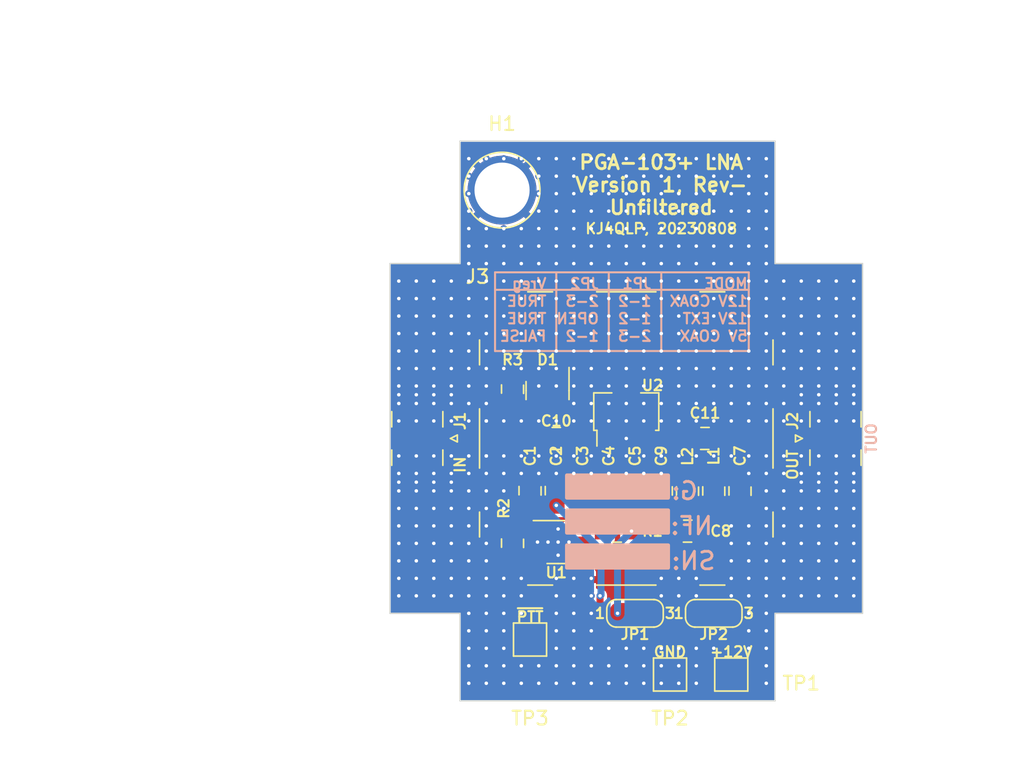
<source format=kicad_pcb>
(kicad_pcb (version 20221018) (generator pcbnew)
  (title_block (title "PGA-103+ Preamplifier, Version 1") (date "2023-08-08") (rev "-") (company "VTGS, GSN-DSA") (comment 1 "Preamplifier for VHF/UHF Satellite Rx") (comment 2 "creativecommons.org/licenses/by/4.0/") (comment 3 "License: CC BY 4.0") (comment 4 "Author: Zach Leffke, KJ4QLP"))
  (layers (0 "F.Cu" signal) (31 "B.Cu" signal) (34 "B.Paste" user) (35 "F.Paste" user) (36 "B.SilkS" user "B.Silkscreen") (37 "F.SilkS" user "F.Silkscreen") (38 "B.Mask" user) (39 "F.Mask" user) (44 "Edge.Cuts" user))
  (net 0 "")
  (net 1 "+12V")
  (net 2 "GND")
  (net 3 "Net-(U1-BP)")
  (net 4 "Net-(JP1-C)")
  (net 5 "Net-(J1-In)")
  (net 6 "+5V")
  (net 7 "Net-(JP1-B)")
  (net 8 "Net-(J2-In)")
  (net 9 "Net-(C10-Pad2)")
  (net 10 "Net-(JP2-C)")
  (net 11 "Net-(U1-EN)")
  (net 12 "Net-(U1-OUT)")
  (net 13 "Net-(C11-Pad1)")
  (footprint "digikey-footprints:0805" (layer "F.Cu") (at 120.65 63.881 180)
    (fp_text reference "C8")
    (fp_text value "0.1uF")
  )
  (footprint "digikey-footprints:0805" (layer "F.Cu") (at 107.95 64.77 -90)
    (fp_text reference "R2")
    (fp_text value "100k")
  )
  (footprint "digikey-footprints:0805" (layer "F.Cu") (at 124.46 60.96 90)
    (fp_text reference "C7")
    (fp_text value "1000pF")
  )
  (footprint "digikey-footprints:0805" (layer "F.Cu") (at 109.22 60.96 -90)
    (fp_text reference "C1")
    (fp_text value "1.0uF")
  )
  (footprint "Jumper:SolderJumper-3_P1.3mm_Open_RoundedPad1.0x1.5mm_NumberLabels" (layer "F.Cu") (at 122.555 69.85)
    (fp_text reference "JP2")
    (fp_text value "bias-tee")
  )
  (footprint "digikey-footprints:0805" (layer "F.Cu") (at 113.03 60.96 -90)
    (fp_text reference "C3")
    (fp_text value "0.1uF")
  )
  (footprint "digikey-footprints:0805" (layer "F.Cu") (at 111.125 57.15)
    (fp_text reference "C10")
    (fp_text value "1000pF")
  )
  (footprint "digikey-footprints:0805" (layer "F.Cu") (at 116.84 60.96 -90)
    (fp_text reference "C5")
    (fp_text value "1.0uF")
  )
  (footprint "TestPoint:TestPoint_Pad_2.0x2.0mm" (layer "F.Cu") (at 123.825 74.295)
    (fp_text reference "TP1")
    (fp_text value "+12V")
  )
  (footprint "Jumper:SolderJumper-3_P1.3mm_Open_RoundedPad1.0x1.5mm_NumberLabels" (layer "F.Cu") (at 116.84 69.85)
    (fp_text reference "JP1")
    (fp_text value "bias-tee")
  )
  (footprint "Connector_Coaxial:SMA_Samtec_SMA-J-P-X-ST-EM1_EdgeMount" (layer "F.Cu") (at 131.245 57.15 90)
    (fp_text reference "J2")
    (fp_text value "RF_OUT")
  )
  (footprint "Connector_Coaxial:SMA_Samtec_SMA-J-P-X-ST-EM1_EdgeMount" (layer "F.Cu") (at 101.1825 57.15 -90)
    (fp_text reference "J1")
    (fp_text value "RF_IN")
  )
  (footprint "digikey-footprints:0805" (layer "F.Cu") (at 111.125 60.96 -90)
    (fp_text reference "C2")
    (fp_text value "0.1uF")
  )
  (footprint "digikey-footprints:0805" (layer "F.Cu") (at 121.92 57.15)
    (fp_text reference "C11")
    (fp_text value "1000pF")
  )
  (footprint "digikey-footprints:0805" (layer "F.Cu") (at 115.57 65.659 180)
    (fp_text reference "C6")
    (fp_text value "0.1uF")
  )
  (footprint "digikey-footprints:0805" (layer "F.Cu") (at 120.65 60.96 90)
    (fp_text reference "L2")
    (fp_text value "56nH")
  )
  (footprint "TestPoint:TestPoint_Plated_Hole_D4.0mm" (layer "F.Cu") (at 107.188 39.116)
    (fp_text reference "H1")
    (fp_text value "Hole")
  )
  (footprint "digikey-footprints:0805" (layer "F.Cu") (at 114.935 60.96 -90)
    (fp_text reference "C4")
    (fp_text value "10uF")
  )
  (footprint "digikey-footprints:0805" (layer "F.Cu") (at 122.555 60.96 90)
    (fp_text reference "L1")
    (fp_text value "470uH")
  )
  (footprint "digikey-footprints:0805" (layer "F.Cu") (at 115.57 63.881)
    (fp_text reference "R1")
    (fp_text value "10")
  )
  (footprint "Package_TO_SOT_SMD:SOT-23-5" (layer "F.Cu") (at 111.2575 64.675)
    (fp_text reference "U1")
    (fp_text value "SPX3819M5-L-5-0")
  )
  (footprint "Package_TO_SOT_SMD:SOT-23" (layer "F.Cu") (at 110.49 53.6725 -90)
    (fp_text reference "D1")
    (fp_text value "BAV99")
  )
  (footprint "digikey-footprints:0805" (layer "F.Cu") (at 107.95 53.56 90)
    (fp_text reference "R3")
    (fp_text value "DNP")
  )
  (footprint "TestPoint:TestPoint_Pad_2.0x2.0mm" (layer "F.Cu") (at 109.22 71.755)
    (fp_text reference "TP3")
    (fp_text value "PTT")
  )
  (footprint "TestPoint:TestPoint_Pad_2.0x2.0mm" (layer "F.Cu") (at 119.38 74.295)
    (fp_text reference "TP2")
    (fp_text value "GND")
  )
  (footprint "Package_TO_SOT_SMD:SOT-89-3" (layer "F.Cu") (at 116.205 55.2 90)
    (fp_text reference "U2")
    (fp_text value "PGA-103")
  )
  (footprint "RF_Shielding:Wuerth_36103205_20x20mm" (layer "F.Cu") (at 116.205 57.15)
    (fp_text reference "J3")
    (fp_text value "RFShield_TwoPieces")
  )
  (footprint "digikey-footprints:0805" (layer "F.Cu") (at 118.745 60.96 -90)
    (fp_text reference "C9")
    (fp_text value "1000pF")
  )
  (gr_line (start 106.68 45.085) (end 125.095 45.085) (stroke (width 0.15)) (layer "B.SilkS"))
  (gr_line (start 118.745 45.085) (end 118.745 50.8) (stroke (width 0.15)) (layer "B.SilkS"))
  (gr_line (start 125.095 46.355) (end 106.68 46.355) (stroke (width 0.15)) (layer "B.SilkS"))
  (gr_line (start 125.095 50.8) (end 106.68 50.8) (stroke (width 0.15)) (layer "B.SilkS"))
  (gr_line (start 106.68 50.8) (end 106.68 45.085) (stroke (width 0.15)) (layer "B.SilkS"))
  (gr_line (start 125.095 45.085) (end 125.095 50.8) (stroke (width 0.15)) (layer "B.SilkS"))
  (gr_line (start 111.125 45.085) (end 111.125 50.8) (stroke (width 0.15)) (layer "B.SilkS"))
  (gr_line (start 114.935 50.8) (end 114.935 45.085) (stroke (width 0.15)) (layer "B.SilkS"))
  (gr_line (start 104.14 35.56) (end 104.14 44.45) (stroke (width 0.1)) (layer "Edge.Cuts"))
  (gr_line (start 104.14 76.2) (end 104.14 69.85) (stroke (width 0.1)) (layer "Edge.Cuts"))
  (gr_line (start 133.35 44.45) (end 127 44.45) (stroke (width 0.1)) (layer "Edge.Cuts"))
  (gr_line (start 127 35.56) (end 127 44.45) (stroke (width 0.1)) (layer "Edge.Cuts"))
  (gr_line (start 104.14 69.85) (end 99.06 69.85) (stroke (width 0.1)) (layer "Edge.Cuts"))
  (gr_line (start 133.35 69.85) (end 127 69.85) (stroke (width 0.1)) (layer "Edge.Cuts"))
  (gr_line (start 99.06 44.45) (end 99.06 69.85) (stroke (width 0.1)) (layer "Edge.Cuts"))
  (gr_line (start 104.14 44.45) (end 99.06 44.45) (stroke (width 0.1)) (layer "Edge.Cuts"))
  (gr_line (start 127 76.2) (end 127 69.85) (stroke (width 0.1)) (layer "Edge.Cuts"))
  (gr_line (start 104.14 35.56) (end 127 35.56) (stroke (width 0.1)) (layer "Edge.Cuts"))
  (gr_line (start 104.14 76.2) (end 127 76.2) (stroke (width 0.1)) (layer "Edge.Cuts"))
  (gr_line (start 133.35 44.45) (end 133.35 69.85) (stroke (width 0.1)) (layer "Edge.Cuts"))
  (gr_text "TRUE" (at 110.49 47.625) (layer "B.SilkS") (effects (font (size 0.762 0.762) (thickness 0.1524) bold) (justify left bottom mirror)))
  (gr_text "1-2" (at 114.3 50.165) (layer "B.SilkS") (effects (font (size 0.762 0.762) (thickness 0.1524) bold) (justify left bottom mirror)))
  (gr_text "5V COAX" (at 125.095 50.165) (layer "B.SilkS") (effects (font (size 0.762 0.762) (thickness 0.1524) bold) (justify left bottom mirror)))
  (gr_text "1-2" (at 118.11 47.625) (layer "B.SilkS") (effects (font (size 0.762 0.762) (thickness 0.1524) bold) (justify left bottom mirror)))
  (gr_text "2-3" (at 118.11 50.165) (layer "B.SilkS") (effects (font (size 0.762 0.762) (thickness 0.1524) bold) (justify left bottom mirror)))
  (gr_text "G:" (at 119.38 60.96) (layer "B.SilkS") (effects (font (size 1.27 1.27) (thickness 0.2032)) (justify right mirror)))
  (gr_text "JP2" (at 114.3 46.355) (layer "B.SilkS") (effects (font (size 0.762 0.762) (thickness 0.1524) bold) (justify left bottom mirror)))
  (gr_text "SN:" (at 119.38 66.04) (layer "B.SilkS") (effects (font (size 1.27 1.27) (thickness 0.2032)) (justify right mirror)))
  (gr_text "FALSE" (at 110.49 50.165) (layer "B.SilkS") (effects (font (size 0.762 0.762) (thickness 0.1524) bold) (justify left bottom mirror)))
  (gr_text "MODE" (at 125.095 46.355) (layer "B.SilkS") (effects (font (size 0.762 0.762) (thickness 0.1524) bold) (justify left bottom mirror)))
  (gr_text "12V COAX" (at 125.095 47.625) (layer "B.SilkS") (effects (font (size 0.762 0.762) (thickness 0.1524) bold) (justify left bottom mirror)))
  (gr_text "Vreg" (at 110.49 46.355) (layer "B.SilkS") (effects (font (size 0.762 0.762) (thickness 0.1524) bold) (justify left bottom mirror)))
  (gr_text "NF:" (at 119.3038 63.5) (layer "B.SilkS") (effects (font (size 1.27 1.27) (thickness 0.2032)) (justify right mirror)))
  (gr_text "JP1" (at 118.11 46.355) (layer "B.SilkS") (effects (font (size 0.762 0.762) (thickness 0.1524) bold) (justify left bottom mirror)))
  (gr_text "2-3" (at 114.3 47.625) (layer "B.SilkS") (effects (font (size 0.762 0.762) (thickness 0.1524) bold) (justify left bottom mirror)))
  (gr_text "OUT" (at 133.985 57.15 90) (layer "B.SilkS") (effects (font (size 0.762 0.762) (thickness 0.1524) bold) (justify mirror)))
  (gr_text "12V EXT" (at 125.095 48.895) (layer "B.SilkS") (effects (font (size 0.762 0.762) (thickness 0.1524) bold) (justify left bottom mirror)))
  (gr_text "OPEN" (at 114.3 48.895) (layer "B.SilkS") (effects (font (size 0.762 0.762) (thickness 0.1524) bold) (justify left bottom mirror)))
  (gr_text "1-2" (at 118.11 48.895) (layer "B.SilkS") (effects (font (size 0.762 0.762) (thickness 0.1524) bold) (justify left bottom mirror)))
  (gr_text "TRUE" (at 110.49 48.895) (layer "B.SilkS") (effects (font (size 0.762 0.762) (thickness 0.1524) bold) (justify left bottom mirror)))
  (gr_text "IN" (at 104.14 59.055 90) (layer "F.SilkS") (effects (font (size 0.762 0.762) (thickness 0.1524) bold)))
  (gr_text "+12V" (at 123.825 73.095) (layer "F.SilkS") (effects (font (size 0.762 0.762) (thickness 0.1524) bold) (justify bottom)))
  (gr_text "GND" (at 119.38 73.095) (layer "F.SilkS") (effects (font (size 0.762 0.762) (thickness 0.1524) bold) (justify bottom)))
  (gr_text "KJ4QLP, 20230808" (at 118.745 41.91) (layer "F.SilkS") (effects (font (size 0.762 0.762) (thickness 0.1524) bold)))
  (gr_text "~{PTT}" (at 109.22 70.555) (layer "F.SilkS") (effects (font (size 0.762 0.762) (thickness 0.1524) bold) (justify bottom)))
  (gr_text "PGA-103+ LNA\nVersion 1, Rev-\nUnfiltered" (at 118.745 38.735) (layer "F.SilkS") (effects (font (size 1.016 1.016) (thickness 0.2032) bold)))
  (gr_text "OUT" (at 128.27 59.055 90) (layer "F.SilkS") (effects (font (size 0.762 0.762) (thickness 0.1524) bold)))
  (segment (start 123.825 71.755) (end 123.825 69.88) (width 0.508) (layer "F.Cu") (net 1))
  (segment (start 109.22 62.01) (end 109.22 63.725) (width 0.508) (layer "F.Cu") (net 1))
  (segment (start 114.935 71.12) (end 114.3 70.485) (width 0.508) (layer "F.Cu") (net 1))
  (segment (start 123.825 69.88) (end 123.855 69.85) (width 0.508) (layer "F.Cu") (net 1))
  (segment (start 107.955 63.725) (end 107.95 63.72) (width 0.508) (layer "F.Cu") (net 1))
  (segment (start 110.12 63.725) (end 109.22 63.725) (width 0.508) (layer "F.Cu") (net 1))
  (segment (start 123.825 71.12) (end 114.935 71.12) (width 0.508) (layer "F.Cu") (net 1))
  (segment (start 111.125 62.01) (end 109.22 62.01) (width 1.016) (layer "F.Cu") (net 1))
  (segment (start 123.825 74.295) (end 123.825 71.755) (width 0.508) (layer "F.Cu") (net 1))
  (segment (start 114.3 70.485) (end 114.3 68.58) (width 0.508) (layer "F.Cu") (net 1))
  (segment (start 109.22 63.725) (end 107.955 63.725) (width 0.508) (layer "F.Cu") (net 1))
  (via (at 114.3 68.58) (size 0.508) (drill 0.254) (layers "F.Cu" "B.Cu") (net 1))
  (via (at 111.125 62.01) (size 0.508) (drill 0.254) (layers "F.Cu" "B.Cu") (net 1))
  (segment (start 114.3 68.58) (end 114.373 68.507) (width 0.508) (layer "B.Cu") (net 1))
  (segment (start 114.373 68.507) (end 114.373 65.258) (width 0.508) (layer "B.Cu") (net 1))
  (segment (start 114.373 65.258) (end 111.125 62.01) (width 0.508) (layer "B.Cu") (net 1))
  (via (at 108.585 49.53) (size 0.508) (drill 0.254) (layers "F.Cu" "B.Cu") (net 2))
  (via (at 111.125 72.39) (size 0.508) (drill 0.254) (layers "F.Cu" "B.Cu") (net 2))
  (via (at 123.825 40.64) (size 0.508) (drill 0.254) (layers "F.Cu" "B.Cu") (net 2))
  (via (at 116.205 46.99) (size 0.508) (drill 0.254) (layers "F.Cu" "B.Cu") (net 2))
  (via (at 126.365 71.12) (size 0.508) (drill 0.254) (layers "F.Cu" "B.Cu") (net 2))
  (via (at 103.505 60.325) (size 0.508) (drill 0.254) (layers "F.Cu" "B.Cu") (net 2))
  (via (at 120.015 39.37) (size 0.508) (drill 0.254) (layers "F.Cu" "B.Cu") (net 2))
  (via (at 132.715 52.07) (size 0.508) (drill 0.254) (layers "F.Cu" "B.Cu") (net 2))
  (via (at 104.775 38.1) (size 0.508) (drill 0.254) (layers "F.Cu" "B.Cu") (net 2))
  (via (at 117.475 74.93) (size 0.508) (drill 0.254) (layers "F.Cu" "B.Cu") (net 2))
  (via (at 120.015 36.83) (size 0.508) (drill 0.254) (layers "F.Cu" "B.Cu") (net 2))
  (via (at 106.045 46.99) (size 0.508) (drill 0.254) (layers "F.Cu" "B.Cu") (net 2))
  (via (at 109.855 50.8) (size 0.508) (drill 0.254) (layers "F.Cu" "B.Cu") (net 2))
  (via (at 128.905 68.58) (size 0.508) (drill 0.254) (layers "F.Cu" "B.Cu") (net 2))
  (via (at 106.045 62.23) (size 0.508) (drill 0.254) (layers "F.Cu" "B.Cu") (net 2))
  (via (at 132.715 60.96) (size 0.508) (drill 0.254) (layers "F.Cu" "B.Cu") (net 2))
  (via (at 111.125 39.37) (size 0.508) (drill 0.254) (layers "F.Cu" "B.Cu") (net 2))
  (via (at 117.475 40.64) (size 0.508) (drill 0.254) (layers "F.Cu" "B.Cu") (net 2))
  (via (at 130.175 63.5) (size 0.508) (drill 0.254) (layers "F.Cu" "B.Cu") (net 2))
  (via (at 118.745 59.69) (size 0.508) (drill 0.254) (layers "F.Cu" "B.Cu") (net 2))
  (via (at 103.505 64.77) (size 0.508) (drill 0.254) (layers "F.Cu" "B.Cu") (net 2))
  (via (at 116.205 57.15) (size 0.508) (drill 0.254) (layers "F.Cu" "B.Cu") (net 2))
  (via (at 126.365 68.58) (size 0.508) (drill 0.254) (layers "F.Cu" "B.Cu") (net 2))
  (via (at 126.365 39.37) (size 0.508) (drill 0.254) (layers "F.Cu" "B.Cu") (net 2))
  (via (at 116.205 49.53) (size 0.508) (drill 0.254) (layers "F.Cu" "B.Cu") (net 2))
  (via (at 130.175 50.8) (size 0.508) (drill 0.254) (layers "F.Cu" "B.Cu") (net 2))
  (via (at 126.365 49.53) (size 0.508) (drill 0.254) (layers "F.Cu" "B.Cu") (net 2))
  (via (at 109.855 36.83) (size 0.508) (drill 0.254) (layers "F.Cu" "B.Cu") (net 2))
  (via (at 132.715 62.23) (size 0.508) (drill 0.254) (layers "F.Cu" "B.Cu") (net 2))
  (via (at 127.635 48.26) (size 0.508) (drill 0.254) (layers "F.Cu" "B.Cu") (net 2))
  (via (at 125.095 48.26) (size 0.508) (drill 0.254) (layers "F.Cu" "B.Cu") (net 2))
  (via (at 126.365 59.69) (size 0.508) (drill 0.254) (layers "F.Cu" "B.Cu") (net 2))
  (via (at 125.095 58.42) (size 0.508) (drill 0.254) (layers "F.Cu" "B.Cu") (net 2))
  (via (at 117.475 53.34) (size 0.508) (drill 0.254) (layers "F.Cu" "B.Cu") (net 2))
  (via (at 118.745 36.83) (size 0.508) (drill 0.254) (layers "F.Cu" "B.Cu") (net 2))
  (via (at 116.205 41.91) (size 0.508) (drill 0.254) (layers "F.Cu" "B.Cu") (net 2))
  (via (at 104.775 53.34) (size 0.508) (drill 0.254) (layers "F.Cu" "B.Cu") (net 2))
  (via (at 122.555 55.88) (size 0.508) (drill 0.254) (layers "F.Cu" "B.Cu") (net 2))
  (via (at 125.095 52.07) (size 0.508) (drill 0.254) (layers "F.Cu" "B.Cu") (net 2))
  (via (at 117.475 54.61) (size 0.508) (drill 0.254) (layers "F.Cu" "B.Cu") (net 2))
  (via (at 109.855 74.93) (size 0.508) (drill 0.254) (layers "F.Cu" "B.Cu") (net 2))
  (via (at 120.015 55.88) (size 0.508) (drill 0.254) (layers "F.Cu" "B.Cu") (net 2))
  (via (at 100.965 62.23) (size 0.508) (drill 0.254) (layers "F.Cu" "B.Cu") (net 2))
  (via (at 126.365 43.18) (size 0.508) (drill 0.254) (layers "F.Cu" "B.Cu") (net 2))
  (via (at 125.095 44.45) (size 0.508) (drill 0.254) (layers "F.Cu" "B.Cu") (net 2))
  (via (at 122.555 36.83) (size 0.508) (drill 0.254) (layers "F.Cu" "B.Cu") (net 2))
  (via (at 111.125 49.53) (size 0.508) (drill 0.254) (layers "F.Cu" "B.Cu") (net 2))
  (via (at 104.775 59.69) (size 0.508) (drill 0.254) (layers "F.Cu" "B.Cu") (net 2))
  (via (at 116.205 48.26) (size 0.508) (drill 0.254) (layers "F.Cu" "B.Cu") (net 2))
  (via (at 120.015 72.39) (size 0.508) (drill 0.254) (layers "F.Cu" "B.Cu") (net 2))
  (via (at 102.235 59.69) (size 0.508) (drill 0.254) (layers "F.Cu" "B.Cu") (net 2))
  (via (at 114.935 36.83) (size 0.508) (drill 0.254) (layers "F.Cu" "B.Cu") (net 2))
  (via (at 100.965 64.77) (size 0.508) (drill 0.254) (layers "F.Cu" "B.Cu") (net 2))
  (via (at 103.505 63.5) (size 0.508) (drill 0.254) (layers "F.Cu" "B.Cu") (net 2))
  (via (at 109.855 46.99) (size 0.508) (drill 0.254) (layers "F.Cu" "B.Cu") (net 2))
  (via (at 113.665 43.18) (size 0.508) (drill 0.254) (layers "F.Cu" "B.Cu") (net 2))
  (via (at 104.775 49.53) (size 0.508) (drill 0.254) (layers "F.Cu" "B.Cu") (net 2))
  (via (at 104.775 48.26) (size 0.508) (drill 0.254) (layers "F.Cu" "B.Cu") (net 2))
  (via (at 108.585 43.18) (size 0.508) (drill 0.254) (layers "F.Cu" "B.Cu") (net 2))
  (via (at 120.015 49.53) (size 0.508) (drill 0.254) (layers "F.Cu" "B.Cu") (net 2))
  (via (at 114.935 74.93) (size 0.508) (drill 0.254) (layers "F.Cu" "B.Cu") (net 2))
  (via (at 130.175 49.53) (size 0.508) (drill 0.254) (layers "F.Cu" "B.Cu") (net 2))
  (via (at 108.585 41.91) (size 0.508) (drill 0.254) (layers "F.Cu" "B.Cu") (net 2))
  (via (at 109.762 64.675) (size 0.508) (drill 0.254) (layers "F.Cu" "B.Cu") (net 2))
  (via (at 127.635 45.72) (size 0.508) (drill 0.254) (layers "F.Cu" "B.Cu") (net 2))
  (via (at 120.015 46.99) (size 0.508) (drill 0.254) (layers "F.Cu" "B.Cu") (net 2))
  (via (at 123.825 63.5) (size 0.508) (drill 0.254) (layers "F.Cu" "B.Cu") (net 2))
  (via (at 113.665 69.85) (size 0.508) (drill 0.254) (layers "F.Cu" "B.Cu") (net 2))
  (via (at 131.445 63.5) (size 0.508) (drill 0.254) (layers "F.Cu" "B.Cu") (net 2))
  (via (at 112.395 38.1) (size 0.508) (drill 0.254) (layers "F.Cu" "B.Cu") (net 2))
  (via (at 107.315 45.72) (size 0.508) (drill 0.254) (layers "F.Cu" "B.Cu") (net 2))
  (via (at 123.825 43.18) (size 0.508) (drill 0.254) (layers "F.Cu" "B.Cu") (net 2))
  (via (at 131.445 54.61) (size 0.508) (drill 0.254) (layers "F.Cu" "B.Cu") (net 2))
  (via (at 99.695 68.58) (size 0.508) (drill 0.254) (layers "F.Cu" "B.Cu") (net 2))
  (via (at 121.285 41.91) (size 0.508) (drill 0.254) (layers "F.Cu" "B.Cu") (net 2))
  (via (at 123.825 66.04) (size 0.508) (drill 0.254) (layers "F.Cu" "B.Cu") (net 2))
  (via (at 113.665 49.53) (size 0.508) (drill 0.254) (layers "F.Cu" "B.Cu") (net 2))
  (via (at 117.475 46.99) (size 0.508) (drill 0.254) (layers "F.Cu" "B.Cu") (net 2))
  (via (at 125.095 54.61) (size 0.508) (drill 0.254) (layers "F.Cu" "B.Cu") (net 2))
  (via (at 106.045 59.69) (size 0.508) (drill 0.254) (layers "F.Cu" "B.Cu") (net 2))
  (via (at 103.505 67.31) (size 0.508) (drill 0.254) (layers "F.Cu" "B.Cu") (net 2))
  (via (at 103.505 52.07) (size 0.508) (drill 0.254) (layers "F.Cu" "B.Cu") (net 2))
  (via (at 107.315 73.66) (size 0.508) (drill 0.254) (layers "F.Cu" "B.Cu") (net 2))
  (via (at 111.125 52.07) (size 0.508) (drill 0.254) (layers "F.Cu" "B.Cu") (net 2))
  (via (at 114.935 40.64) (size 0.508) (drill 0.254) (layers "F.Cu" "B.Cu") (net 2))
  (via (at 103.505 45.72) (size 0.508) (drill 0.254) (layers "F.Cu" "B.Cu") (net 2))
  (via (at 117.475 52.07) (size 0.508) (drill 0.254) (layers "F.Cu" "B.Cu") (net 2))
  (via (at 99.695 52.07) (size 0.508) (drill 0.254) (layers "F.Cu" "B.Cu") (net 2))
  (via (at 131.445 59.69) (size 0.508) (drill 0.254) (layers "F.Cu" "B.Cu") (net 2))
  (via (at 106.045 67.31) (size 0.508) (drill 0.254) (layers "F.Cu" "B.Cu") (net 2))
  (via (at 130.175 64.77) (size 0.508) (drill 0.254) (layers "F.Cu" "B.Cu") (net 2))
  (via (at 130.175 54.61) (size 0.508) (drill 0.254) (layers "F.Cu" "B.Cu") (net 2))
  (via (at 128.905 63.5) (size 0.508) (drill 0.254) (layers "F.Cu" "B.Cu") (net 2))
  (via (at 122.555 41.91) (size 0.508) (drill 0.254) (layers "F.Cu" "B.Cu") (net 2))
  (via (at 131.445 49.53) (size 0.508) (drill 0.254) (layers "F.Cu" "B.Cu") (net 2))
  (via (at 106.045 41.91) (size 0.508) (drill 0.254) (layers "F.Cu" "B.Cu") (net 2))
  (via (at 132.715 67.31) (size 0.508) (drill 0.254) (layers "F.Cu" "B.Cu") (net 2))
  (via (at 107.315 62.23) (size 0.508) (drill 0.254) (layers "F.Cu" "B.Cu") (net 2))
  (via (at 130.175 52.07) (size 0.508) (drill 0.254) (layers "F.Cu" "B.Cu") (net 2))
  (via (at 103.505 55.88) (size 0.508) (drill 0.254) (layers "F.Cu" "B.Cu") (net 2))
  (via (at 106.045 55.88) (size 0.508) (drill 0.254) (layers "F.Cu" "B.Cu") (net 2))
  (via (at 131.445 62.23) (size 0.508) (drill 0.254) (layers "F.Cu" "B.Cu") (net 2))
  (via (at 112.395 53.34) (size 0.508) (drill 0.254) (layers "F.Cu" "B.Cu") (net 2))
  (via (at 127.635 60.96) (size 0.508) (drill 0.254) (layers "F.Cu" "B.Cu") (net 2))
  (via (at 121.285 73.66) (size 0.508) (drill 0.254) (layers "F.Cu" "B.Cu") (net 2))
  (via (at 126.365 58.42) (size 0.508) (drill 0.254) (layers "F.Cu" "B.Cu") (net 2))
  (via (at 108.585 45.72) (size 0.508) (drill 0.254) (layers "F.Cu" "B.Cu") (net 2))
  (via (at 128.905 45.72) (size 0.508) (drill 0.254) (layers "F.Cu" "B.Cu") (net 2))
  (via (at 126.365 64.77) (size 0.508) (drill 0.254) (layers "F.Cu" "B.Cu") (net 2))
  (via (at 130.175 53.34) (size 0.508) (drill 0.254) (layers "F.Cu" "B.Cu") (net 2))
  (via (at 111.125 48.26) (size 0.508) (drill 0.254) (layers "F.Cu" "B.Cu") (net 2))
  (via (at 122.555 52.07) (size 0.508) (drill 0.254) (layers "F.Cu" "B.Cu") (net 2))
  (via (at 113.665 74.93) (size 0.508) (drill 0.254) (layers "F.Cu" "B.Cu") (net 2))
  (via (at 121.285 67.31) (size 0.508) (drill 0.254) (layers "F.Cu" "B.Cu") (net 2))
  (via (at 122.555 38.1) (size 0.508) (drill 0.254) (layers "F.Cu" "B.Cu") (net 2))
  (via (at 112.395 73.66) (size 0.508) (drill 0.254) (layers "F.Cu" "B.Cu") (net 2))
  (via (at 107.315 71.12) (size 0.508) (drill 0.254) (layers "F.Cu" "B.Cu") (net 2))
  (via (at 100.965 60.325) (size 0.508) (drill 0.254) (layers "F.Cu" "B.Cu") (net 2))
  (via (at 121.285 38.1) (size 0.508) (drill 0.254) (layers "F.Cu" "B.Cu") (net 2))
  (via (at 100.965 46.99) (size 0.508) (drill 0.254) (layers "F.Cu" "B.Cu") (net 2))
  (via (at 125.095 45.72) (size 0.508) (drill 0.254) (layers "F.Cu" "B.Cu") (net 2))
  (via (at 118.745 74.93) (size 0.508) (drill 0.254) (layers "F.Cu" "B.Cu") (net 2))
  (via (at 107.315 41.91) (size 0.508) (drill 0.254) (layers "F.Cu" "B.Cu") (net 2))
  (via (at 118.745 43.18) (size 0.508) (drill 0.254) (layers "F.Cu" "B.Cu") (net 2))
  (via (at 112.395 59.69) (size 0.508) (drill 0.254) (layers "F.Cu" "B.Cu") (net 2))
  (via (at 106.045 50.8) (size 0.508) (drill 0.254) (layers "F.Cu" "B.Cu") (net 2))
  (via (at 128.905 53.34) (size 0.508) (drill 0.254) (layers "F.Cu" "B.Cu") (net 2))
  (via (at 107.315 68.58) (size 0.508) (drill 0.254) (layers "F.Cu" "B.Cu") (net 2))
  (via (at 107.315 46.99) (size 0.508) (drill 0.254) (layers "F.Cu" "B.Cu") (net 2))
  (via (at 121.285 53.34) (size 0.508) (drill 0.254) (layers "F.Cu" "B.Cu") (net 2))
  (via (at 107.315 48.26) (size 0.508) (drill 0.254) (layers "F.Cu" "B.Cu") (net 2))
  (via (at 100.965 58.42) (size 0.508) (drill 0.254) (layers "F.Cu" "B.Cu") (net 2))
  (via (at 106.045 58.42) (size 0.508) (drill 0.254) (layers "F.Cu" "B.Cu") (net 2))
  (via (at 113.665 58.42) (size 0.508) (drill 0.254) (layers "F.Cu" "B.Cu") (net 2))
  (via (at 123.825 53.34) (size 0.508) (drill 0.254) (layers "F.Cu" "B.Cu") (net 2))
  (via (at 131.445 58.42) (size 0.508) (drill 0.254) (layers "F.Cu" "B.Cu") (net 2))
  (via (at 122.555 40.64) (size 0.508) (drill 0.254) (layers "F.Cu" "B.Cu") (net 2))
  (via (at 111.125 74.93) (size 0.508) (drill 0.254) (layers "F.Cu" "B.Cu") (net 2))
  (via (at 122.555 45.72) (size 0.508) (drill 0.254) (layers "F.Cu" "B.Cu") (net 2))
  (via (at 116.205 72.39) (size 0.508) (drill 0.254) (layers "F.Cu" "B.Cu") (net 2))
  (via (at 103.505 53.34) (size 0.508) (drill 0.254) (layers "F.Cu" "B.Cu") (net 2))
  (via (at 123.825 68.58) (size 0.508) (drill 0.254) (layers "F.Cu" "B.Cu") (net 2))
  (via (at 113.665 41.91) (size 0.508) (drill 0.254) (layers "F.Cu" "B.Cu") (net 2))
  (via (at 116.205 39.37) (size 0.508) (drill 0.254) (layers "F.Cu" "B.Cu") (net 2))
  (via (at 111.2575 63.725) (size 0.508) (drill 0.254) (layers "F.Cu" "B.Cu") (net 2))
  (via (at 121.285 39.37) (size 0.508) (drill 0.254) (layers "F.Cu" "B.Cu") (net 2))
  (via (at 102.235 54.61) (size 0.508) (drill 0.254) (layers "F.Cu" "B.Cu") (net 2))
  (via (at 132.715 64.77) (size 0.508) (drill 0.254) (layers "F.Cu" "B.Cu") (net 2))
  (via (at 113.665 55.88) (size 0.508) (drill 0.254) (layers "F.Cu" "B.Cu") (net 2))
  (via (at 113.665 54.61) (size 0.508) (drill 0.254) (layers "F.Cu" "B.Cu") (net 2))
  (via (at 106.045 43.18) (size 0.508) (drill 0.254) (layers "F.Cu" "B.Cu") (net 2))
  (via (at 116.205 38.1) (size 0.508) (drill 0.254) (layers "F.Cu" "B.Cu") (net 2))
  (via (at 130.175 55.88) (size 0.508) (drill 0.254) (layers "F.Cu" "B.Cu") (net 2))
  (via (at 117.475 38.1) (size 0.508) (drill 0.254) (layers "F.Cu" "B.Cu") (net 2))
  (via (at 120.015 50.8) (size 0.508) (drill 0.254) (layers "F.Cu" "B.Cu") (net 2))
  (via (at 106.045 68.58) (size 0.508) (drill 0.254) (layers "F.Cu" "B.Cu") (net 2))
  (via (at 112.395 41.91) (size 0.508) (drill 0.254) (layers "F.Cu" "B.Cu") (net 2))
  (via (at 123.825 38.1) (size 0.508) (drill 0.254) (layers "F.Cu" "B.Cu") (net 2))
  (via (at 120.015 73.66) (size 0.508) (drill 0.254) (layers "F.Cu" "B.Cu") (net 2))
  (via (at 120.015 53.34) (size 0.508) (drill 0.254) (layers "F.Cu" "B.Cu") (net 2))
  (via (at 116.205 54.61) (size 0.508) (drill 0.254) (layers "F.Cu" "B.Cu") (net 2))
  (via (at 132.715 53.975) (size 0.508) (drill 0.254) (layers "F.Cu" "B.Cu") (net 2))
  (via (at 114.935 49.53) (size 0.508) (drill 0.254) (layers "F.Cu" "B.Cu") (net 2))
  (via (at 132.715 58.42) (size 0.508) (drill 0.254) (layers "F.Cu" "B.Cu") (net 2))
  (via (at 99.695 45.72) (size 0.508) (drill 0.254) (layers "F.Cu" "B.Cu") (net 2))
  (via (at 116.205 59.69) (size 0.508) (drill 0.254) (layers "F.Cu" "B.Cu") (net 2))
  (via (at 109.855 53.34) (size 0.508) (drill 0.254) (layers "F.Cu" "B.Cu") (net 2))
  (via (at 128.905 49.53) (size 0.508) (drill 0.254) (layers "F.Cu" "B.Cu") (net 2))
  (via (at 107.315 69.85) (size 0.508) (drill 0.254) (layers "F.Cu" "B.Cu") (net 2))
  (via (at 99.695 58.42) (size 0.508) (drill 0.254) (layers "F.Cu" "B.Cu") (net 2))
  (via (at 106.045 49.53) (size 0.508) (drill 0.254) (layers "F.Cu" "B.Cu") (net 2))
  (via (at 132.715 55.88) (size 0.508) (drill 0.254) (layers "F.Cu" "B.Cu") (net 2))
  (via (at 104.775 67.31) (size 0.508) (drill 0.254) (layers "F.Cu" "B.Cu") (net 2))
  (via (at 112.395 68.58) (size 0.508) (drill 0.254) (layers "F.Cu" "B.Cu") (net 2))
  (via (at 110.524 64.675) (size 0.508) (drill 0.254) (layers "F.Cu" "B.Cu") (net 2))
  (via (at 128.905 58.42) (size 0.508) (drill 0.254) (layers "F.Cu" "B.Cu") (net 2))
  (via (at 121.285 45.72) (size 0.508) (drill 0.254) (layers "F.Cu" "B.Cu") (net 2))
  (via (at 99.695 59.69) (size 0.508) (drill 0.254) (layers "F.Cu" "B.Cu") (net 2))
  (via (at 128.905 62.23) (size 0.508) (drill 0.254) (layers "F.Cu" "B.Cu") (net 2))
  (via (at 100.965 53.34) (size 0.508) (drill 0.254) (layers "F.Cu" "B.Cu") (net 2))
  (via (at 127.635 64.77) (size 0.508) (drill 0.254) (layers "F.Cu" "B.Cu") (net 2))
  (via (at 126.365 53.34) (size 0.508) (drill 0.254) (layers "F.Cu" "B.Cu") (net 2))
  (via (at 106.045 74.93) (size 0.508) (drill 0.254) (layers "F.Cu" "B.Cu") (net 2))
  (via (at 125.095 55.88) (size 0.508) (drill 0.254) (layers "F.Cu" "B.Cu") (net 2))
  (via (at 123.825 44.45) (size 0.508) (drill 0.254) (layers "F.Cu" "B.Cu") (net 2))
  (via (at 126.365 46.99) (size 0.508) (drill 0.254) (layers "F.Cu" "B.Cu") (net 2))
  (via (at 109.855 49.53) (size 0.508) (drill 0.254) (layers "F.Cu" "B.Cu") (net 2))
  (via (at 123.825 64.77) (size 0.508) (drill 0.254) (layers "F.Cu" "B.Cu") (net 2))
  (via (at 111.125 53.34) (size 0.508) (drill 0.254) (layers "F.Cu" "B.Cu") (net 2))
  (via (at 130.175 48.26) (size 0.508) (drill 0.254) (layers "F.Cu" "B.Cu") (net 2))
  (via (at 113.665 38.1) (size 0.508) (drill 0.254) (layers "F.Cu" "B.Cu") (net 2))
  (via (at 123.825 52.07) (size 0.508) (drill 0.254) (layers "F.Cu" "B.Cu") (net 2))
  (via (at 117.475 39.37) (size 0.508) (drill 0.254) (layers "F.Cu" "B.Cu") (net 2))
  (via (at 117.475 58.42) (size 0.508) (drill 0.254) (layers "F.Cu" "B.Cu") (net 2))
  (via (at 113.665 67.31) (size 0.508) (drill 0.254) (layers "F.Cu" "B.Cu") (net 2))
  (via (at 122.555 46.99) (size 0.508) (drill 0.254) (layers "F.Cu" "B.Cu") (net 2))
  (via (at 121.285 36.83) (size 0.508) (drill 0.254) (layers "F.Cu" "B.Cu") (net 2))
  (via (at 132.715 60.325) (size 0.508) (drill 0.254) (layers "F.Cu" "B.Cu") (net 2))
  (via (at 113.665 50.8) (size 0.508) (drill 0.254) (layers "F.Cu" "B.Cu") (net 2))
  (via (at 104.775 46.99) (size 0.508) (drill 0.254) (layers "F.Cu" "B.Cu") (net 2))
  (via (at 109.855 45.72) (size 0.508) (drill 0.254) (layers "F.Cu" "B.Cu") (net 2))
  (via (at 132.715 46.99) (size 0.508) (drill 0.254) (layers "F.Cu" "B.Cu") (net 2))
  (via (at 106.045 66.04) (size 0.508) (drill 0.254) (layers "F.Cu" "B.Cu") (net 2))
  (via (at 122.555 39.37) (size 0.508) (drill 0.254) (layers "F.Cu" "B.Cu") (net 2))
  (via (at 102.235 60.96) (size 0.508) (drill 0.254) (layers "F.Cu" "B.Cu") (net 2))
  (via (at 125.095 72.39) (size 0.508) (drill 0.254) (layers "F.Cu" "B.Cu") (net 2))
  (via (at 113.665 52.07) (size 0.508) (drill 0.254) (layers "F.Cu" "B.Cu") (net 2))
  (via (at 118.745 58.42) (size 0.508) (drill 0.254) (layers "F.Cu" "B.Cu") (net 2))
  (via (at 100.965 68.58) (size 0.508) (drill 0.254) (layers "F.Cu" "B.Cu") (net 2))
  (via (at 125.095 67.31) (size 0.508) (drill 0.254) (layers "F.Cu" "B.Cu") (net 2))
  (via (at 126.365 74.93) (size 0.508) (drill 0.254) (layers "F.Cu" "B.Cu") (net 2))
  (via (at 112.395 74.93) (size 0.508) (drill 0.254) (layers "F.Cu" "B.Cu") (net 2))
  (via (at 103.505 53.975) (size 0.508) (drill 0.254) (layers "F.Cu" "B.Cu") (net 2))
  (via (at 114.935 53.34) (size 0.508) (drill 0.254) (layers "F.Cu" "B.Cu") (net 2))
  (via (at 131.445 46.99) (size 0.508) (drill 0.254) (layers "F.Cu" "B.Cu") (net 2))
  (via (at 118.745 53.34) (size 0.508) (drill 0.254) (layers "F.Cu" "B.Cu") (net 2))
  (via (at 111.125 45.72) (size 0.508) (drill 0.254) (layers "F.Cu" "B.Cu") (net 2))
  (via (at 102.235 63.5) (size 0.508) (drill 0.254) (layers "F.Cu" "B.Cu") (net 2))
  (via (at 117.475 36.83) (size 0.508) (drill 0.254) (layers "F.Cu" "B.Cu") (net 2))
  (via (at 100.965 60.96) (size 0.508) (drill 0.254) (layers "F.Cu" "B.Cu") (net 2))
  (via (at 127.635 67.31) (size 0.508) (drill 0.254) (layers "F.Cu" "B.Cu") (net 2))
  (via (at 122.555 48.26) (size 0.508) (drill 0.254) (layers "F.Cu" "B.Cu") (net 2))
  (via (at 120.015 58.42) (size 0.508) (drill 0.254) (layers "F.Cu" "B.Cu") (net 2))
  (via (at 103.505 59.69) (size 0.508) (drill 0.254) (layers "F.Cu" "B.Cu") (net 2))
  (via (at 126.365 41.91) (size 0.508) (drill 0.254) (layers "F.Cu" "B.Cu") (net 2))
  (via (at 116.205 44.45) (size 0.508) (drill 0.254) (layers "F.Cu" "B.Cu") (net 2))
  (via (at 100.965 48.26) (size 0.508) (drill 0.254) (layers "F.Cu" "B.Cu") (net 2))
  (via (at 104.775 43.18) (size 0.508) (drill 0.254) (layers "F.Cu" "B.Cu") (net 2))
  (via (at 109.855 39.37) (size 0.508) (drill 0.254) (layers "F.Cu" "B.Cu") (net 2))
  (via (at 102.235 60.325) (size 0.508) (drill 0.254) (layers "F.Cu" "B.Cu") (net 2))
  (via (at 113.665 48.26) (size 0.508) (drill 0.254) (layers "F.Cu" "B.Cu") (net 2))
  (via (at 109.855 55.88) (size 0.508) (drill 0.254) (layers "F.Cu" "B.Cu") (net 2))
  (via (at 132.715 68.58) (size 0.508) (drill 0.254) (layers "F.Cu" "B.Cu") (net 2))
  (via (at 111.125 43.18) (size 0.508) (drill 0.254) (layers "F.Cu" "B.Cu") (net 2))
  (via (at 120.015 52.07) (size 0.508) (drill 0.254) (layers "F.Cu" "B.Cu") (net 2))
  (via (at 106.045 48.26) (size 0.508) (drill 0.254) (layers "F.Cu" "B.Cu") (net 2))
  (via (at 104.775 55.88) (size 0.508) (drill 0.254) (layers "F.Cu" "B.Cu") (net 2))
  (via (at 116.205 50.8) (size 0.508) (drill 0.254) (layers "F.Cu" "B.Cu") (net 2))
  (via (at 116.205 55.88) (size 0.508) (drill 0.254) (layers "F.Cu" "B.Cu") (net 2))
  (via (at 118.745 55.88) (size 0.508) (drill 0.254) (layers "F.Cu" "B.Cu") (net 2))
  (via (at 118.745 44.45) (size 0.508) (drill 0.254) (layers "F.Cu" "B.Cu") (net 2))
  (via (at 99.695 48.26) (size 0.508) (drill 0.254) (layers "F.Cu" "B.Cu") (net 2))
  (via (at 107.315 55.88) (size 0.508) (drill 0.254) (layers "F.Cu" "B.Cu") (net 2))
  (via (at 117.475 49.53) (size 0.508) (drill 0.254) (layers "F.Cu" "B.Cu") (net 2))
  (via (at 107.315 59.69) (size 0.508) (drill 0.254) (layers "F.Cu" "B.Cu") (net 2))
  (via (at 125.095 69.85) (size 0.508) (drill 0.254) (layers "F.Cu" "B.Cu") (net 2))
  (via (at 104.775 66.04) (size 0.508) (drill 0.254) (layers "F.Cu" "B.Cu") (net 2))
  (via (at 125.095 46.99) (size 0.508) (drill 0.254) (layers "F.Cu" "B.Cu") (net 2))
  (via (at 125.095 39.37) (size 0.508) (drill 0.254) (layers "F.Cu" "B.Cu") (net 2))
  (via (at 130.175 62.23) (size 0.508) (drill 0.254) (layers "F.Cu" "B.Cu") (net 2))
  (via (at 108.585 48.26) (size 0.508) (drill 0.254) (layers "F.Cu" "B.Cu") (net 2))
  (via (at 117.475 43.18) (size 0.508) (drill 0.254) (layers "F.Cu" "B.Cu") (net 2))
  (via (at 121.285 46.99) (size 0.508) (drill 0.254) (layers "F.Cu" "B.Cu") (net 2))
  (via (at 100.965 63.5) (size 0.508) (drill 0.254) (layers "F.Cu" "B.Cu") (net 2))
  (via (at 107.315 36.83) (size 0.508) (drill 0.254) (layers "F.Cu" "B.Cu") (net 2))
  (via (at 128.905 60.325) (size 0.508) (drill 0.254) (layers "F.Cu" "B.Cu") (net 2))
  (via (at 125.095 50.8) (size 0.508) (drill 0.254) (layers "F.Cu" "B.Cu") (net 2))
  (via (at 104.775 62.23) (size 0.508) (drill 0.254) (layers "F.Cu" "B.Cu") (net 2))
  (via (at 121.285 68.58) (size 0.508) (drill 0.254) (layers "F.Cu" "B.Cu") (net 2))
  (via (at 127.635 52.07) (size 0.508) (drill 0.254) (layers "F.Cu" "B.Cu") (net 2))
  (via (at 114.935 48.26) (size 0.508) (drill 0.254) (layers "F.Cu" "B.Cu") (net 2))
  (via (at 131.445 68.58) (size 0.508) (drill 0.254) (layers "F.Cu" "B.Cu") (net 2))
  (via (at 132.715 54.61) (size 0.508) (drill 0.254) (layers "F.Cu" "B.Cu") (net 2))
  (via (at 108.585 46.99) (size 0.508) (drill 0.254) (layers "F.Cu" "B.Cu") (net 2))
  (via (at 109.855 73.66) (size 0.508) (drill 0.254) (layers "F.Cu" "B.Cu") (net 2))
  (via (at 121.285 58.42) (size 0.508) (drill 0.254) (layers "F.Cu" "B.Cu") (net 2))
  (via (at 106.045 54.61) (size 0.508) (drill 0.254) (layers "F.Cu" "B.Cu") (net 2))
  (via (at 122.555 49.53) (size 0.508) (drill 0.254) (layers "F.Cu" "B.Cu") (net 2))
  (via (at 112.395 48.26) (size 0.508) (drill 0.254) (layers "F.Cu" "B.Cu") (net 2))
  (via (at 113.665 59.69) (size 0.508) (drill 0.254) (layers "F.Cu" "B.Cu") (net 2))
  (via (at 111.125 68.58) (size 0.508) (drill 0.254) (layers "F.Cu" "B.Cu") (net 2))
  (via (at 106.045 52.07) (size 0.508) (drill 0.254) (layers "F.Cu" "B.Cu") (net 2))
  (via (at 116.205 74.93) (size 0.508) (drill 0.254) (layers "F.Cu" "B.Cu") (net 2))
  (via (at 127.635 50.8) (size 0.508) (drill 0.254) (layers "F.Cu" "B.Cu") (net 2))
  (via (at 104.775 60.96) (size 0.508) (drill 0.254) (layers "F.Cu" "B.Cu") (net 2))
  (via (at 109.855 44.45) (size 0.508) (drill 0.254) (layers "F.Cu" "B.Cu") (net 2))
  (via (at 109.855 38.1) (size 0.508) (drill 0.254) (layers "F.Cu" "B.Cu") (net 2))
  (via (at 100.965 67.31) (size 0.508) (drill 0.254) (layers "F.Cu" "B.Cu") (net 2))
  (via (at 102.235 49.53) (size 0.508) (drill 0.254) (layers "F.Cu" "B.Cu") (net 2))
  (via (at 127.635 68.58) (size 0.508) (drill 0.254) (layers "F.Cu" "B.Cu") (net 2))
  (via (at 109.855 43.18) (size 0.508) (drill 0.254) (layers "F.Cu" "B.Cu") (net 2))
  (via (at 128.905 46.99) (size 0.508) (drill 0.254) (layers "F.Cu" "B.Cu") (net 2))
  (via (at 118.745 45.72) (size 0.508) (drill 0.254) (layers "F.Cu" "B.Cu") (net 2))
  (via (at 130.175 68.58) (size 0.508) (drill 0.254) (layers "F.Cu" "B.Cu") (net 2))
  (via (at 120.015 67.31) (size 0.508) (drill 0.254) (layers "F.Cu" "B.Cu") (net 2))
  (via (at 104.775 52.07) (size 0.508) (drill 0.254) (layers "F.Cu" "B.Cu") (net 2))
  (via (at 122.555 43.18) (size 0.508) (drill 0.254) (layers "F.Cu" "B.Cu") (net 2))
  (via (at 104.775 44.45) (size 0.508) (drill 0.254) (layers "F.Cu" "B.Cu") (net 2))
  (via (at 118.745 72.39) (size 0.508) (drill 0.254) (layers "F.Cu" "B.Cu") (net 2))
  (via (at 118.745 68.58) (size 0.508) (drill 0.254) (layers "F.Cu" "B.Cu") (net 2))
  (via (at 131.445 48.26) (size 0.508) (drill 0.254) (layers "F.Cu" "B.Cu") (net 2))
  (via (at 104.775 72.39) (size 0.508) (drill 0.254) (layers "F.Cu" "B.Cu") (net 2))
  (via (at 111.125 50.8) (size 0.508) (drill 0.254) (layers "F.Cu" "B.Cu") (net 2))
  (via (at 113.665 44.45) (size 0.508) (drill 0.254) (layers "F.Cu" "B.Cu") (net 2))
  (via (at 125.095 59.69) (size 0.508) (drill 0.254) (layers "F.Cu" "B.Cu") (net 2))
  (via (at 128.905 66.04) (size 0.508) (drill 0.254) (layers "F.Cu" "B.Cu") (net 2))
  (via (at 106.045 63.5) (size 0.508) (drill 0.254) (layers "F.Cu" "B.Cu") (net 2))
  (via (at 127.635 53.34) (size 0.508) (drill 0.254) (layers "F.Cu" "B.Cu") (net 2))
  (via (at 127.635 59.69) (size 0.508) (drill 0.254) (layers "F.Cu" "B.Cu") (net 2))
  (via (at 100.965 55.88) (size 0.508) (drill 0.254) (layers "F.Cu" "B.Cu") (net 2))
  (via (at 127.635 62.23) (size 0.508) (drill 0.254) (layers "F.Cu" "B.Cu") (net 2))
  (via (at 99.695 64.77) (size 0.508) (drill 0.254) (layers "F.Cu" "B.Cu") (net 2))
  (via (at 128.905 64.77) (size 0.508) (drill 0.254) (layers "F.Cu" "B.Cu") (net 2))
  (via (at 107.315 72.39) (size 0.508) (drill 0.254) (layers "F.Cu" "B.Cu") (net 2))
  (via (at 111.125 40.64) (size 0.508) (drill 0.254) (layers "F.Cu" "B.Cu") (net 2))
  (via (at 123.825 55.88) (size 0.508) (drill 0.254) (layers "F.Cu" "B.Cu") (net 2))
  (via (at 120.015 43.18) (size 0.508) (drill 0.254) (layers "F.Cu" "B.Cu") (net 2))
  (via (at 111.125 38.1) (size 0.508) (drill 0.254) (layers "F.Cu" "B.Cu") (net 2))
  (via (at 121.285 50.8) (size 0.508) (drill 0.254) (layers "F.Cu" "B.Cu") (net 2))
  (via (at 112.395 67.31) (size 0.508) (drill 0.254) (layers "F.Cu" "B.Cu") (net 2))
  (via (at 116.205 52.07) (size 0.508) (drill 0.254) (layers "F.Cu" "B.Cu") (net 2))
  (via (at 116.205 45.72) (size 0.508) (drill 0.254) (layers "F.Cu" "B.Cu") (net 2))
  (via (at 116.205 53.34) (size 0.508) (drill 0.254) (layers "F.Cu" "B.Cu") (net 2))
  (via (at 99.695 46.99) (size 0.508) (drill 0.254) (layers "F.Cu" "B.Cu") (net 2))
  (via (at 106.045 53.34) (size 0.508) (drill 0.254) (layers "F.Cu" "B.Cu") (net 2))
  (via (at 107.315 58.42) (size 0.508) (drill 0.254) (layers "F.Cu" "B.Cu") (net 2))
  (via (at 118.745 54.61) (size 0.508) (drill 0.254) (layers "F.Cu" "B.Cu") (net 2))
  (via (at 113.665 46.99) (size 0.508) (drill 0.254) (layers "F.Cu" "B.Cu") (net 2))
  (via (at 108.585 52.07) (size 0.508) (drill 0.254) (layers "F.Cu" "B.Cu") (net 2))
  (via (at 104.775 74.93) (size 0.508) (drill 0.254) (layers "F.Cu" "B.Cu") (net 2))
  (via (at 131.445 64.77) (size 0.508) (drill 0.254) (layers "F.Cu" "B.Cu") (net 2))
  (via (at 100.965 53.975) (size 0.508) (drill 0.254) (layers "F.Cu" "B.Cu") (net 2))
  (via (at 114.935 38.1) (size 0.508) (drill 0.254) (layers "F.Cu" "B.Cu") (net 2))
  (via (at 107.315 52.07) (size 0.508) (drill 0.254) (layers "F.Cu" "B.Cu") (net 2))
  (via (at 113.665 36.83) (size 0.508) (drill 0.254) (layers "F.Cu" "B.Cu") (net 2))
  (via (at 112.395 71.12) (size 0.508) (drill 0.254) (layers "F.Cu" "B.Cu") (net 2))
  (via (at 112.048 64.675) (size 0.508) (drill 0.254) (layers "F.Cu" "B.Cu") (net 2))
  (via (at 103.505 54.61) (size 0.508) (drill 0.254) (layers "F.Cu" "B.Cu") (net 2))
  (via (at 112.395 43.18) (size 0.508) (drill 0.254) (layers "F.Cu" "B.Cu") (net 2))
  (via (at 116.205 73.66) (size 0.508) (drill 0.254) (layers "F.Cu" "B.Cu") (net 2))
  (via (at 125.095 41.91) (size 0.508) (drill 0.254) (layers "F.Cu" "B.Cu") (net 2))
  (via (at 106.045 69.85) (size 0.508) (drill 0.254) (layers "F.Cu" "B.Cu") (net 2))
  (via (at 118.745 52.07) (size 0.508) (drill 0.254) (layers "F.Cu" "B.Cu") (net 2))
  (via (at 126.365 44.45) (size 0.508) (drill 0.254) (layers "F.Cu" "B.Cu") (net 2))
  (via (at 102.235 50.8) (size 0.508) (drill 0.254) (layers "F.Cu" "B.Cu") (net 2))
  (via (at 118.745 67.31) (size 0.508) (drill 0.254) (layers "F.Cu" "B.Cu") (net 2))
  (via (at 120.015 68.58) (size 0.508) (drill 0.254) (layers "F.Cu" "B.Cu") (net 2))
  (via (at 99.695 60.325) (size 0.508) (drill 0.254) (layers "F.Cu" "B.Cu") (net 2))
  (via (at 99.695 50.8) (size 0.508) (drill 0.254) (layers "F.Cu" "B.Cu") (net 2))
  (via (at 100.965 49.53) (size 0.508) (drill 0.254) (layers "F.Cu" "B.Cu") (net 2))
  (via (at 130.175 53.975) (size 0.508) (drill 0.254) (layers "F.Cu" "B.Cu") (net 2))
  (via (at 125.095 43.18) (size 0.508) (drill 0.254) (layers "F.Cu" "B.Cu") (net 2))
  (via (at 112.395 52.07) (size 0.508) (drill 0.254) (layers "F.Cu" "B.Cu") (net 2))
  (via (at 116.205 36.83) (size 0.508) (drill 0.254) (layers "F.Cu" "B.Cu") (net 2))
  (via (at 100.965 52.07) (size 0.508) (drill 0.254) (layers "F.Cu" "B.Cu") (net 2))
  (via (at 127.635 66.04) (size 0.508) (drill 0.254) (layers "F.Cu" "B.Cu") (net 2))
  (via (at 126.365 73.66) (size 0.508) (drill 0.254) (layers "F.Cu" "B.Cu") (net 2))
  (via (at 126.365 40.64) (size 0.508) (drill 0.254) (layers "F.Cu" "B.Cu") (net 2))
  (via (at 114.935 58.42) (size 0.508) (drill 0.254) (layers "F.Cu" "B.Cu") (net 2))
  (via (at 120.015 45.72) (size 0.508) (drill 0.254) (layers "F.Cu" "B.Cu") (net 2))
  (via (at 100.965 59.69) (size 0.508) (drill 0.254) (layers "F.Cu" "B.Cu") (net 2))
  (via (at 120.015 44.45) (size 0.508) (drill 0.254) (layers "F.Cu" "B.Cu") (net 2))
  (via (at 120.015 54.61) (size 0.508) (drill 0.254) (layers "F.Cu" "B.Cu") (net 2))
  (via (at 99.695 53.34) (size 0.508) (drill 0.254) (layers "F.Cu" "B.Cu") (net 2))
  (via (at 120.015 48.26) (size 0.508) (drill 0.254) (layers "F.Cu" "B.Cu") (net 2))
  (via (at 112.395 36.83) (size 0.508) (drill 0.254) (layers "F.Cu" "B.Cu") (net 2))
  (via (at 122.555 50.8) (size 0.508) (drill 0.254) (layers "F.Cu" "B.Cu") (net 2))
  (via (at 117.475 73.66) (size 0.508) (drill 0.254) (layers "F.Cu" "B.Cu") (net 2))
  (via (at 112.395 54.61) (size 0.508) (drill 0.254) (layers "F.Cu" "B.Cu") (net 2))
  (via (at 128.905 50.8) (size 0.508) (drill 0.254) (layers "F.Cu" "B.Cu") (net 2))
  (via (at 131.445 45.72) (size 0.508) (drill 0.254) (layers "F.Cu" "B.Cu") (net 2))
  (via (at 102.235 64.77) (size 0.508) (drill 0.254) (layers "F.Cu" "B.Cu") (net 2))
  (via (at 123.825 46.99) (size 0.508) (drill 0.254) (layers "F.Cu" "B.Cu") (net 2))
  (via (at 123.825 67.31) (size 0.508) (drill 0.254) (layers "F.Cu" "B.Cu") (net 2))
  (via (at 114.935 59.69) (size 0.508) (drill 0.254) (layers "F.Cu" "B.Cu") (net 2))
  (via (at 104.775 45.72) (size 0.508) (drill 0.254) (layers "F.Cu" "B.Cu") (net 2))
  (via (at 113.665 72.39) (size 0.508) (drill 0.254) (layers "F.Cu" "B.Cu") (net 2))
  (via (at 114.935 39.37) (size 0.508) (drill 0.254) (layers "F.Cu" "B.Cu") (net 2))
  (via (at 121.285 43.18) (size 0.508) (drill 0.254) (layers "F.Cu" "B.Cu") (net 2))
  (via (at 112.395 44.45) (size 0.508) (drill 0.254) (layers "F.Cu" "B.Cu") (net 2))
  (via (at 103.505 62.23) (size 0.508) (drill 0.254) (layers "F.Cu" "B.Cu") (net 2))
  (via (at 104.775 58.42) (size 0.508) (drill 0.254) (layers "F.Cu" "B.Cu") (net 2))
  (via (at 131.445 53.975) (size 0.508) (drill 0.254) (layers "F.Cu" "B.Cu") (net 2))
  (via (at 130.175 45.72) (size 0.508) (drill 0.254) (layers "F.Cu" "B.Cu") (net 2))
  (via (at 103.505 66.04) (size 0.508) (drill 0.254) (layers "F.Cu" "B.Cu") (net 2))
  (via (at 128.905 52.07) (size 0.508) (drill 0.254) (layers "F.Cu" "B.Cu") (net 2))
  (via (at 126.365 66.04) (size 0.508) (drill 0.254) (layers "F.Cu" "B.Cu") (net 2))
  (via (at 123.825 45.72) (size 0.508) (drill 0.254) (layers "F.Cu" "B.Cu") (net 2))
  (via (at 128.905 55.88) (size 0.508) (drill 0.254) (layers "F.Cu" "B.Cu") (net 2))
  (via (at 104.775 73.66) (size 0.508) (drill 0.254) (layers "F.Cu" "B.Cu") (net 2))
  (via (at 123.825 50.8) (size 0.508) (drill 0.254) (layers "F.Cu" "B.Cu") (net 2))
  (via (at 128.905 60.96) (size 0.508) (drill 0.254) (layers "F.Cu" "B.Cu") (net 2))
  (via (at 121.285 54.61) (size 0.508) (drill 0.254) (layers "F.Cu" "B.Cu") (net 2))
  (via (at 102.235 66.04) (size 0.508) (drill 0.254) (layers "F.Cu" "B.Cu") (net 2))
  (via (at 123.825 36.83) (size 0.508) (drill 0.254) (layers "F.Cu" "B.Cu") (net 2))
  (via (at 114.935 52.07) (size 0.508) (drill 0.254) (layers "F.Cu" "B.Cu") (net 2))
  (via (at 113.665 73.66) (size 0.508) (drill 0.254) (layers "F.Cu" "B.Cu") (net 2))
  (via (at 112.395 39.37) (size 0.508) (drill 0.254) (layers "F.Cu" "B.Cu") (net 2))
  (via (at 126.365 60.96) (size 0.508) (drill 0.254) (layers "F.Cu" "B.Cu") (net 2))
  (via (at 106.045 73.66) (size 0.508) (drill 0.254) (layers "F.Cu" "B.Cu") (net 2))
  (via (at 103.505 48.26) (size 0.508) (drill 0.254) (layers "F.Cu" "B.Cu") (net 2))
  (via (at 113.665 39.37) (size 0.508) (drill 0.254) (layers "F.Cu" "B.Cu") (net 2))
  (via (at 102.235 45.72) (size 0.508) (drill 0.254) (layers "F.Cu" "B.Cu") (net 2))
  (via (at 123.825 39.37) (size 0.508) (drill 0.254) (layers "F.Cu" "B.Cu") (net 2))
  (via (at 127.635 46.99) (size 0.508) (drill 0.254) (layers "F.Cu" "B.Cu") (net 2))
  (via (at 104.775 64.77) (size 0.508) (drill 0.254) (layers "F.Cu" "B.Cu") (net 2))
  (via (at 122.555 53.34) (size 0.508) (drill 0.254) (layers "F.Cu" "B.Cu") (net 2))
  (via (at 111.125 36.83) (size 0.508) (drill 0.254) (layers "F.Cu" "B.Cu") (net 2))
  (via (at 114.935 41.91) (size 0.508) (drill 0.254) (layers "F.Cu" "B.Cu") (net 2))
  (via (at 123.825 41.91) (size 0.508) (drill 0.254) (layers "F.Cu" "B.Cu") (net 2))
  (via (at 128.905 53.975) (size 0.508) (drill 0.254) (layers "F.Cu" "B.Cu") (net 2))
  (via (at 102.235 53.975) (size 0.508) (drill 0.254) (layers "F.Cu" "B.Cu") (net 2))
  (via (at 107.315 50.8) (size 0.508) (drill 0.254) (layers "F.Cu" "B.Cu") (net 2))
  (via (at 108.585 36.83) (size 0.508) (drill 0.254) (layers "F.Cu" "B.Cu") (net 2))
  (via (at 126.365 55.88) (size 0.508) (drill 0.254) (layers "F.Cu" "B.Cu") (net 2))
  (via (at 117.475 50.8) (size 0.508) (drill 0.254) (layers "F.Cu" "B.Cu") (net 2))
  (via (at 104.775 39.37) (size 0.508) (drill 0.254) (layers "F.Cu" "B.Cu") (net 2))
  (via (at 131.445 60.325) (size 0.508) (drill 0.254) (layers "F.Cu" "B.Cu") (net 2))
  (via (at 99.695 66.04) (size 0.508) (drill 0.254) (layers "F.Cu" "B.Cu") (net 2))
  (via (at 99.695 55.88) (size 0.508) (drill 0.254) (layers "F.Cu" "B.Cu") (net 2))
  (via (at 106.045 60.96) (size 0.508) (drill 0.254) (layers "F.Cu" "B.Cu") (net 2))
  (via (at 114.935 44.45) (size 0.508) (drill 0.254) (layers "F.Cu" "B.Cu") (net 2))
  (via (at 103.505 49.53) (size 0.508) (drill 0.254) (layers "F.Cu" "B.Cu") (net 2))
  (via (at 120.015 41.91) (size 0.508) (drill 0.254) (layers "F.Cu" "B.Cu") (net 2))
  (via (at 99.695 62.23) (size 0.508) (drill 0.254) (layers "F.Cu" "B.Cu") (net 2))
  (via (at 113.665 71.12) (size 0.508) (drill 0.254) (layers "F.Cu" "B.Cu") (net 2))
  (via (at 106.045 55.88) (size 0.508) (drill 0.254) (layers "F.Cu" "B.Cu") (net 2))
  (via (at 125.095 36.83) (size 0.508) (drill 0.254) (layers "F.Cu" "B.Cu") (net 2))
  (via (at 99.695 67.31) (size 0.508) (drill 0.254) (layers "F.Cu" "B.Cu") (net 2))
  (via (at 111.125 55.88) (size 0.508) (drill 0.254) (layers "F.Cu" "B.Cu") (net 2))
  (via (at 126.365 38.1) (size 0.508) (drill 0.254) (layers "F.Cu" "B.Cu") (net 2))
  (via (at 117.475 48.26) (size 0.508) (drill 0.254) (layers "F.Cu" "B.Cu") (net 2))
  (via (at 111.125 67.31) (size 0.508) (drill 0.254) (layers "F.Cu" "B.Cu") (net 2))
  (via (at 118.745 39.37) (size 0.508) (drill 0.254) (layers "F.Cu" "B.Cu") (net 2))
  (via (at 111.2575 65.63) (size 0.508) (drill 0.254) (layers "F.Cu" "B.Cu") (net 2))
  (via (at 103.505 68.58) (size 0.508) (drill 0.254) (layers "F.Cu" "B.Cu") (net 2))
  (via (at 126.365 45.72) (size 0.508) (drill 0.254) (layers "F.Cu" "B.Cu") (net 2))
  (via (at 128.905 48.26) (size 0.508) (drill 0.254) (layers "F.Cu" "B.Cu") (net 2))
  (via (at 107.315 67.31) (size 0.508) (drill 0.254) (layers "F.Cu" "B.Cu") (net 2))
  (via (at 132.715 66.04) (size 0.508) (drill 0.254) (layers "F.Cu" "B.Cu") (net 2))
  (via (at 108.585 74.93) (size 0.508) (drill 0.254) (layers "F.Cu" "B.Cu") (net 2))
  (via (at 132.715 53.34) (size 0.508) (drill 0.254) (layers "F.Cu" "B.Cu") (net 2))
  (via (at 130.175 58.42) (size 0.508) (drill 0.254) (layers "F.Cu" "B.Cu") (net 2))
  (via (at 132.715 50.8) (size 0.508) (drill 0.254) (layers "F.Cu" "B.Cu") (net 2))
  (via (at 127.635 58.42) (size 0.508) (drill 0.254) (layers "F.Cu" "B.Cu") (net 2))
  (via (at 117.475 44.45) (size 0.508) (drill 0.254) (layers "F.Cu" "B.Cu") (net 2))
  (via (at 130.175 60.96) (size 0.508) (drill 0.254) (layers "F.Cu" "B.Cu") (net 2))
  (via (at 126.365 63.5) (size 0.508) (drill 0.254) (layers "F.Cu" "B.Cu") (net 2))
  (via (at 112.395 45.72) (size 0.508) (drill 0.254) (layers "F.Cu" "B.Cu") (net 2))
  (via (at 104.775 63.5) (size 0.508) (drill 0.254) (layers "F.Cu" "B.Cu") (net 2))
  (via (at 108.585 50.8) (size 0.508) (drill 0.254) (layers "F.Cu" "B.Cu") (net 2))
  (via (at 121.285 72.39) (size 0.508) (drill 0.254) (layers "F.Cu" "B.Cu") (net 2))
  (via (at 108.585 73.66) (size 0.508) (drill 0.254) (layers "F.Cu" "B.Cu") (net 2))
  (via (at 103.505 60.96) (size 0.508) (drill 0.254) (layers "F.Cu" "B.Cu") (net 2))
  (via (at 125.095 63.5) (size 0.508) (drill 0.254) (layers "F.Cu" "B.Cu") (net 2))
  (via (at 130.175 67.31) (size 0.508) (drill 0.254) (layers "F.Cu" "B.Cu") (net 2))
  (via (at 104.775 71.12) (size 0.508) (drill 0.254) (layers "F.Cu" "B.Cu") (net 2))
  (via (at 132.715 45.72) (size 0.508) (drill 0.254) (layers "F.Cu" "B.Cu") (net 2))
  (via (at 99.695 63.5) (size 0.508) (drill 0.254) (layers "F.Cu" "B.Cu") (net 2))
  (via (at 112.395 49.53) (size 0.508) (drill 0.254) (layers "F.Cu" "B.Cu") (net 2))
  (via (at 125.095 40.64) (size 0.508) (drill 0.254) (layers "F.Cu" "B.Cu") (net 2))
  (via (at 111.125 59.69) (size 0.508) (drill 0.254) (layers "F.Cu" "B.Cu") (net 2))
  (via (at 103.505 46.99) (size 0.508) (drill 0.254) (layers "F.Cu" "B.Cu") (net 2))
  (via (at 113.665 53.34) (size 0.508) (drill 0.254) (layers "F.Cu" "B.Cu") (net 2))
  (via (at 112.395 46.99) (size 0.508) (drill 0.254) (layers "F.Cu" "B.Cu") (net 2))
  (via (at 102.235 46.99) (size 0.508) (drill 0.254) (layers "F.Cu" "B.Cu") (net 2))
  (via (at 130.175 60.325) (size 0.508) (drill 0.254) (layers "F.Cu" "B.Cu") (net 2))
  (via (at 102.235 58.42) (size 0.508) (drill 0.254) (layers "F.Cu" "B.Cu") (net 2))
  (via (at 114.935 54.61) (size 0.508) (drill 0.254) (layers "F.Cu" "B.Cu") (net 2))
  (via (at 107.315 60.96) (size 0.508) (drill 0.254) (layers "F.Cu" "B.Cu") (net 2))
  (via (at 121.285 48.26) (size 0.508) (drill 0.254) (layers "F.Cu" "B.Cu") (net 2))
  (via (at 113.665 40.64) (size 0.508) (drill 0.254) (layers "F.Cu" "B.Cu") (net 2))
  (via (at 104.775 41.91) (size 0.508) (drill 0.254) (layers "F.Cu" "B.Cu") (net 2))
  (via (at 125.095 66.04) (size 0.508) (drill 0.254) (layers "F.Cu" "B.Cu") (net 2))
  (via (at 132.715 59.69) (size 0.508) (drill 0.254) (layers "F.Cu" "B.Cu") (net 2))
  (via (at 122.555 72.39) (size 0.508) (drill 0.254) (layers "F.Cu" "B.Cu") (net 2))
  (via (at 122.555 54.61) (size 0.508) (drill 0.254) (layers "F.Cu" "B.Cu") (net 2))
  (via (at 118.745 48.26) (size 0.508) (drill 0.254) (layers "F.Cu" "B.Cu") (net 2))
  (via (at 131.445 60.96) (size 0.508) (drill 0.254) (layers "F.Cu" "B.Cu") (net 2))
  (via (at 104.775 40.64) (size 0.508) (drill 0.254) (layers "F.Cu" "B.Cu") (net 2))
  (via (at 111.125 46.99) (size 0.508) (drill 0.254) (layers "F.Cu" "B.Cu") (net 2))
  (via (at 113.665 68.58) (size 0.508) (drill 0.254) (layers "F.Cu" "B.Cu") (net 2))
  (via (at 111.125 44.45) (size 0.508) (drill 0.254) (layers "F.Cu" "B.Cu") (net 2))
  (via (at 108.585 68.58) (size 0.508) (drill 0.254) (layers "F.Cu" "B.Cu") (net 2))
  (via (at 117.475 41.91) (size 0.508) (drill 0.254) (layers "F.Cu" "B.Cu") (net 2))
  (via (at 108.585 69.85) (size 0.508) (drill 0.254) (layers "F.Cu" "B.Cu") (net 2))
  (via (at 126.365 67.31) (size 0.508) (drill 0.254) (layers "F.Cu" "B.Cu") (net 2))
  (via (at 118.745 40.64) (size 0.508) (drill 0.254) (layers "F.Cu" "B.Cu") (net 2))
  (via (at 117.475 45.72) (size 0.508) (drill 0.254) (layers "F.Cu" "B.Cu") (net 2))
  (via (at 111.125 41.91) (size 0.508) (drill 0.254) (layers "F.Cu" "B.Cu") (net 2))
  (via (at 114.935 43.18) (size 0.508) (drill 0.254) (layers "F.Cu" "B.Cu") (net 2))
  (via (at 130.175 59.69) (size 0.508) (drill 0.254) (layers "F.Cu" "B.Cu") (net 2))
  (via (at 114.935 72.39) (size 0.508) (drill 0.254) (layers "F.Cu" "B.Cu") (net 2))
  (via (at 131.445 53.34) (size 0.508) (drill 0.254) (layers "F.Cu" "B.Cu") (net 2))
  (via (at 108.585 44.45) (size 0.508) (drill 0.254) (layers "F.Cu" "B.Cu") (net 2))
  (via (at 114.935 46.99) (size 0.508) (drill 0.254) (layers "F.Cu" "B.Cu") (net 2))
  (via (at 108.585 58.42) (size 0.508) (drill 0.254) (layers "F.Cu" "B.Cu") (net 2))
  (via (at 108.585 55.88) (size 0.508) (drill 0.254) (layers "F.Cu" "B.Cu") (net 2))
  (via (at 114.935 73.66) (size 0.508) (drill 0.254) (layers "F.Cu" "B.Cu") (net 2))
  (via (at 116.205 40.64) (size 0.508) (drill 0.254) (layers "F.Cu" "B.Cu") (net 2))
  (via (at 128.905 67.31) (size 0.508) (drill 0.254) (layers "F.Cu" "B.Cu") (net 2))
  (via (at 106.045 44.45) (size 0.508) (drill 0.254) (layers "F.Cu" "B.Cu") (net 2))
  (via (at 123.825 49.53) (size 0.508) (drill 0.254) (layers "F.Cu" "B.Cu") (net 2))
  (via (at 117.475 55.88) (size 0.508) (drill 0.254) (layers "F.Cu" "B.Cu") (net 2))
  (via (at 126.365 72.39) (size 0.508) (drill 0.254) (layers "F.Cu" "B.Cu") (net 2))
  (via (at 111.2575 64.675) (size 0.508) (drill 0.254) (layers "F.Cu" "B.Cu") (net 2))
  (via (at 111.125 71.12) (size 0.508) (drill 0.254) (layers "F.Cu" "B.Cu") (net 2))
  (via (at 116.205 43.18) (size 0.508) (drill 0.254) (layers "F.Cu" "B.Cu") (net 2))
  (via (at 114.935 50.8) (size 0.508) (drill 0.254) (layers "F.Cu" "B.Cu") (net 2))
  (via (at 99.695 49.53) (size 0.508) (drill 0.254) (layers "F.Cu" "B.Cu") (net 2))
  (via (at 112.395 58.42) (size 0.508) (drill 0.254) (layers "F.Cu" "B.Cu") (net 2))
  (via (at 104.775 36.83) (size 0.508) (drill 0.254) (layers "F.Cu" "B.Cu") (net 2))
  (via (at 131.445 66.04) (size 0.508) (drill 0.254) (layers "F.Cu" "B.Cu") (net 2))
  (via (at 121.285 55.88) (size 0.508) (drill 0.254) (layers "F.Cu" "B.Cu") (net 2))
  (via (at 125.095 49.53) (size 0.508) (drill 0.254) (layers "F.Cu" "B.Cu") (net 2))
  (via (at 126.365 52.07) (size 0.508) (drill 0.254) (layers "F.Cu" "B.Cu") (net 2))
  (via (at 109.855 40.64) (size 0.508) (drill 0.254) (layers "F.Cu" "B.Cu") (net 2))
  (via (at 118.745 41.91) (size 0.508) (drill 0.254) (layers "F.Cu" "B.Cu") (net 2))
  (via (at 102.235 48.26) (size 0.508) (drill 0.254) (layers "F.Cu" "B.Cu") (net 2))
  (via (at 118.745 50.8) (size 0.508) (drill 0.254) (layers "F.Cu" "B.Cu") (net 2))
  (via (at 118.745 49.53) (size 0.508) (drill 0.254) (layers "F.Cu" "B.Cu") (net 2))
  (via (at 127.635 55.88) (size 0.508) (drill 0.254) (layers "F.Cu" "B.Cu") (net 2))
  (via (at 123.825 54.61) (size 0.508) (drill 0.254) (layers "F.Cu" "B.Cu") (net 2))
  (via (at 111.125 69.85) (size 0.508) (drill 0.254) (layers "F.Cu" "B.Cu") (net 2))
  (via (at 120.015 38.1) (size 0.508) (drill 0.254) (layers "F.Cu" "B.Cu") (net 2))
  (via (at 130.175 66.04) (size 0.508) (drill 0.254) (layers "F.Cu" "B.Cu") (net 2))
  (via (at 107.315 49.53) (size 0.508) (drill 0.254) (layers "F.Cu" "B.Cu") (net 2))
  (via (at 100.965 45.72) (size 0.508) (drill 0.254) (layers "F.Cu" "B.Cu") (net 2))
  (via (at 111.125 73.66) (size 0.508) (drill 0.254) (layers "F.Cu" "B.Cu") (net 2))
  (via (at 132.715 48.26) (size 0.508) (drill 0.254) (layers "F.Cu" "B.Cu") (net 2))
  (via (at 122.555 44.45) (size 0.508) (drill 0.254) (layers "F.Cu" "B.Cu") (net 2))
  (via (at 127.635 49.53) (size 0.508) (drill 0.254) (layers "F.Cu" "B.Cu") (net 2))
  (via (at 109.855 58.42) (size 0.508) (drill 0.254) (layers "F.Cu" "B.Cu") (net 2))
  (via (at 118.745 38.1) (size 0.508) (drill 0.254) (layers "F.Cu" "B.Cu") (net 2))
  (via (at 127.635 63.5) (size 0.508) (drill 0.254) (layers "F.Cu" "B.Cu") (net 2))
  (via (at 125.095 64.77) (size 0.508) (drill 0.254) (layers "F.Cu" "B.Cu") (net 2))
  (via (at 109.855 59.69) (size 0.508) (drill 0.254) (layers "F.Cu" "B.Cu") (net 2))
  (via (at 102.235 52.07) (size 0.508) (drill 0.254) (layers "F.Cu" "B.Cu") (net 2))
  (via (at 123.825 48.26) (size 0.508) (drill 0.254) (layers "F.Cu" "B.Cu") (net 2))
  (via (at 102.235 68.58) (size 0.508) (drill 0.254) (layers "F.Cu" "B.Cu") (net 2))
  (via (at 112.395 55.88) (size 0.508) (drill 0.254) (layers "F.Cu" "B.Cu") (net 2))
  (via (at 106.045 71.12) (size 0.508) (drill 0.254) (layers "F.Cu" "B.Cu") (net 2))
  (via (at 112.395 50.8) (size 0.508) (drill 0.254) (layers "F.Cu" "B.Cu") (net 2))
  (via (at 131.445 55.88) (size 0.508) (drill 0.254) (layers "F.Cu" "B.Cu") (net 2))
  (via (at 132.715 49.53) (size 0.508) (drill 0.254) (layers "F.Cu" "B.Cu") (net 2))
  (via (at 100.965 66.04) (size 0.508) (drill 0.254) (layers "F.Cu" "B.Cu") (net 2))
  (via (at 127.635 54.61) (size 0.508) (drill 0.254) (layers "F.Cu" "B.Cu") (net 2))
  (via (at 126.365 54.61) (size 0.508) (drill 0.254) (layers "F.Cu" "B.Cu") (net 2))
  (via (at 117.475 59.69) (size 0.508) (drill 0.254) (layers "F.Cu" "B.Cu") (net 2))
  (via (at 102.235 53.34) (size 0.508) (drill 0.254) (layers "F.Cu" "B.Cu") (net 2))
  (via (at 102.235 55.88) (size 0.508) (drill 0.254) (layers "F.Cu" "B.Cu") (net 2))
  (via (at 106.045 64.77) (size 0.508) (drill 0.254) (layers "F.Cu" "B.Cu") (net 2))
  (via (at 131.445 50.8) (size 0.508) (drill 0.254) (layers "F.Cu" "B.Cu") (net 2))
  (via (at 126.365 36.83) (size 0.508) (drill 0.254) (layers "F.Cu" "B.Cu") (net 2))
  (via (at 125.095 38.1) (size 0.508) (drill 0.254) (layers "F.Cu" "B.Cu") (net 2))
  (via (at 126.365 69.85) (size 0.508) (drill 0.254) (layers "F.Cu" "B.Cu") (net 2))
  (via (at 111.125 58.42) (size 0.508) (drill 0.254) (layers "F.Cu" "B.Cu") (net 2))
  (via (at 118.745 46.99) (size 0.508) (drill 0.254) (layers "F.Cu" "B.Cu") (net 2))
  (via (at 113.665 45.72) (size 0.508) (drill 0.254) (layers "F.Cu" "B.Cu") (net 2))
  (via (at 121.285 40.64) (size 0.508) (drill 0.254) (layers "F.Cu" "B.Cu") (net 2))
  (via (at 125.095 68.58) (size 0.508) (drill 0.254) (layers "F.Cu" "B.Cu") (net 2))
  (via (at 103.505 50.8) (size 0.508) (drill 0.254) (layers "F.Cu" "B.Cu") (net 2))
  (via (at 99.695 60.96) (size 0.508) (drill 0.254) (layers "F.Cu" "B.Cu") (net 2))
  (via (at 126.365 48.26) (size 0.508) (drill 0.254) (layers "F.Cu" "B.Cu") (net 2))
  (via (at 107.315 44.45) (size 0.508) (drill 0.254) (layers "F.Cu" "B.Cu") (net 2))
  (via (at 118.745 73.66) (size 0.508) (drill 0.254) (layers "F.Cu" "B.Cu") (net 2))
  (via (at 123.825 58.42) (size 0.508) (drill 0.254) (layers "F.Cu" "B.Cu") (net 2))
  (via (at 112.395 72.39) (size 0.508) (drill 0.254) (layers "F.Cu" "B.Cu") (net 2))
  (via (at 106.045 36.83) (size 0.508) (drill 0.254) (layers "F.Cu" "B.Cu") (net 2))
  (via (at 131.445 52.07) (size 0.508) (drill 0.254) (layers "F.Cu" "B.Cu") (net 2))
  (via (at 114.935 55.88) (size 0.508) (drill 0.254) (layers "F.Cu" "B.Cu") (net 2))
  (via (at 128.905 54.61) (size 0.508) (drill 0.254) (layers "F.Cu" "B.Cu") (net 2))
  (via (at 108.585 67.31) (size 0.508) (drill 0.254) (layers "F.Cu" "B.Cu") (net 2))
  (via (at 106.045 72.39) (size 0.508) (drill 0.254) (layers "F.Cu" "B.Cu") (net 2))
  (via (at 109.855 52.07) (size 0.508) (drill 0.254) (layers "F.Cu" "B.Cu") (net 2))
  (via (at 106.045 45.72) (size 0.508) (drill 0.254) (layers "F.Cu" "B.Cu") (net 2))
  (via (at 121.285 44.45) (size 0.508) (drill 0.254) (layers "F.Cu" "B.Cu") (net 2))
  (via (at 114.935 45.72) (size 0.508) (drill 0.254) (layers "F.Cu" "B.Cu") (net 2))
  (via (at 99.695 53.975) (size 0.508) (drill 0.254) (layers "F.Cu" "B.Cu") (net 2))
  (via (at 106.045 58.42) (size 0.508) (drill 0.254) (layers "F.Cu" "B.Cu") (net 2))
  (via (at 120.015 40.64) (size 0.508) (drill 0.254) (layers "F.Cu" "B.Cu") (net 2))
  (via (at 117.475 72.39) (size 0.508) (drill 0.254) (layers "F.Cu" "B.Cu") (net 2))
  (via (at 112.395 40.64) (size 0.508) (drill 0.254) (layers "F.Cu" "B.Cu") (net 2))
  (via (at 121.285 49.53) (size 0.508) (drill 0.254) (layers "F.Cu" "B.Cu") (net 2))
  (via (at 109.855 41.91) (size 0.508) (drill 0.254) (layers "F.Cu" "B.Cu") (net 2))
  (via (at 125.095 53.34) (size 0.508) (drill 0.254) (layers "F.Cu" "B.Cu") (net 2))
  (via (at 102.235 67.31) (size 0.508) (drill 0.254) (layers "F.Cu" "B.Cu") (net 2))
  (via (at 100.965 54.61) (size 0.508) (drill 0.254) (layers "F.Cu" "B.Cu") (net 2))
  (via (at 126.365 62.23) (size 0.508) (drill 0.254) (layers "F.Cu" "B.Cu") (net 2))
  (via (at 104.775 69.85) (size 0.508) (drill 0.254) (layers "F.Cu" "B.Cu") (net 2))
  (via (at 103.505 58.42) (size 0.508) (drill 0.254) (layers "F.Cu" "B.Cu") (net 2))
  (via (at 132.715 63.5) (size 0.508) (drill 0.254) (layers "F.Cu" "B.Cu") (net 2))
  (via (at 121.285 52.07) (size 0.508) (drill 0.254) (layers "F.Cu" "B.Cu") (net 2))
  (via (at 126.365 50.8) (size 0.508) (drill 0.254) (layers "F.Cu" "B.Cu") (net 2))
  (via (at 121.285 74.93) (size 0.508) (drill 0.254) (layers "F.Cu" "B.Cu") (net 2))
  (via (at 108.585 59.69) (size 0.508) (drill 0.254) (layers "F.Cu" "B.Cu") (net 2))
  (via (at 102.235 62.23) (size 0.508) (drill 0.254) (layers "F.Cu" "B.Cu") (net 2))
  (via (at 122.555 58.42) (size 0.508) (drill 0.254) (layers "F.Cu" "B.Cu") (net 2))
  (via (at 120.015 74.93) (size 0.508) (drill 0.254) (layers "F.Cu" "B.Cu") (net 2))
  (via (at 128.905 59.69) (size 0.508) (drill 0.254) (layers "F.Cu" "B.Cu") (net 2))
  (via (at 104.775 54.61) (size 0.508) (drill 0.254) (layers "F.Cu" "B.Cu") (net 2))
  (via (at 112.395 69.85) (size 0.508) (drill 0.254) (layers "F.Cu" "B.Cu") (net 2))
  (via (at 104.775 50.8) (size 0.508) (drill 0.254) (layers "F.Cu" "B.Cu") (net 2))
  (via (at 116.205 58.42) (size 0.508) (drill 0.254) (layers "F.Cu" "B.Cu") (net 2))
  (via (at 100.965 50.8) (size 0.508) (drill 0.254) (layers "F.Cu" "B.Cu") (net 2))
  (via (at 104.775 68.58) (size 0.508) (drill 0.254) (layers "F.Cu" "B.Cu") (net 2))
  (via (at 131.445 67.31) (size 0.508) (drill 0.254) (layers "F.Cu" "B.Cu") (net 2))
  (via (at 109.855 48.26) (size 0.508) (drill 0.254) (layers "F.Cu" "B.Cu") (net 2))
  (via (at 107.315 43.18) (size 0.508) (drill 0.254) (layers "F.Cu" "B.Cu") (net 2))
  (via (at 99.695 54.61) (size 0.508) (drill 0.254) (layers "F.Cu" "B.Cu") (net 2))
  (via (at 107.315 74.93) (size 0.508) (drill 0.254) (layers "F.Cu" "B.Cu") (net 2))
  (via (at 130.175 46.99) (size 0.508) (drill 0.254) (layers "F.Cu" "B.Cu") (net 2))
  (via (at 125.095 71.12) (size 0.508) (drill 0.254) (layers "F.Cu" "B.Cu") (net 2))
  (segment (start 114.486 65.625) (end 114.52 65.659) (width 0.508) (layer "F.Cu") (net 3))
  (segment (start 112.395 65.625) (end 114.486 65.625) (width 0.508) (layer "F.Cu") (net 3))
  (segment (start 119.6 63.881) (end 118.999 63.881) (width 0.508) (layer "F.Cu") (net 4))
  (segment (start 120.65 62.01) (end 118.745 62.01) (width 0.762) (layer "F.Cu") (net 4))
  (segment (start 118.999 63.881) (end 118.745 64.135) (width 0.508) (layer "F.Cu") (net 4))
  (segment (start 118.745 62.01) (end 118.745 64.135) (width 0.508) (layer "F.Cu") (net 4))
  (segment (start 116.84 69.85) (end 116.84 67.945) (width 0.508) (layer "F.Cu") (net 4))
  (segment (start 116.84 67.945) (end 118.745 66.04) (width 0.508) (layer "F.Cu") (net 4))
  (segment (start 118.745 66.04) (end 118.745 64.135) (width 0.508) (layer "F.Cu") (net 4))
  (segment (start 110.49 54.61) (end 110.49 56.735) (width 0.254) (layer "F.Cu") (net 5))
  (segment (start 100.3475 57.15) (end 110.075 57.15) (width 1.27) (layer "F.Cu") (net 5))
  (segment (start 108.17 57.15) (end 110.075 57.15) (width 0.254) (layer "F.Cu") (net 5))
  (segment (start 107.95 54.61) (end 107.95 56.93) (width 0.254) (layer "F.Cu") (net 5))
  (segment (start 110.49 56.735) (end 110.075 57.15) (width 0.254) (layer "F.Cu") (net 5))
  (segment (start 107.95 56.93) (end 108.17 57.15) (width 0.254) (layer "F.Cu") (net 5))
  (segment (start 116.62 63.085) (end 116.84 62.865) (width 0.762) (layer "F.Cu") (net 6))
  (segment (start 114.935 62.01) (end 116.84 62.01) (width 1.016) (layer "F.Cu") (net 6))
  (segment (start 116.586 63.881) (end 116.62 63.085) (width 0.762) (layer "F.Cu") (net 6))
  (segment (start 116.84 62.865) (end 116.84 62.01) (width 0.762) (layer "F.Cu") (net 6))
  (segment (start 116.62 63.881) (end 116.586 63.881) (width 0.762) (layer "F.Cu") (net 6))
  (via (at 116.586 63.881) (size 0.508) (drill 0.254) (layers "F.Cu" "B.Cu") (net 6))
  (via (at 115.57 69.85) (size 0.508) (drill 0.254) (layers "F.Cu" "B.Cu") (net 6))
  (segment (start 115.57 69.85) (end 115.57 64.897) (width 0.508) (layer "B.Cu") (net 6))
  (segment (start 115.57 64.897) (end 116.586 63.881) (width 0.508) (layer "B.Cu") (net 6))
  (segment (start 121.255 69.85) (end 118.14 69.85) (width 1.016) (layer "F.Cu") (net 7))
  (segment (start 131.445 57.15) (end 122.97 57.15) (width 1.27) (layer "F.Cu") (net 8))
  (segment (start 123.19 57.37) (end 122.97 57.15) (width 0.254) (layer "F.Cu") (net 8))
  (segment (start 122.555 59.91) (end 122.555 59.69) (width 0.254) (layer "F.Cu") (net 8))
  (segment (start 123.19 59.055) (end 123.19 57.37) (width 0.254) (layer "F.Cu") (net 8))
  (segment (start 122.555 59.69) (end 123.19 59.055) (width 0.254) (layer "F.Cu") (net 8))
  (segment (start 112.175 57.15) (end 114.3 57.15) (width 1.27) (layer "F.Cu") (net 9))
  (segment (start 114.66 57.15) (end 114.705 57.195) (width 0.508) (layer "F.Cu") (net 9))
  (segment (start 114.3 57.15) (end 114.66 57.15) (width 0.508) (layer "F.Cu") (net 9))
  (segment (start 124.46 62.01) (end 122.555 62.01) (width 1.016) (layer "F.Cu") (net 10))
  (segment (start 123.117 66.748) (end 122.555 67.31) (width 0.508) (layer "F.Cu") (net 10))
  (segment (start 123.117 62.572) (end 122.555 62.01) (width 0.508) (layer "F.Cu") (net 10))
  (segment (start 122.555 67.31) (end 122.555 69.85) (width 0.508) (layer "F.Cu") (net 10))
  (segment (start 123.117 66.748) (end 123.117 62.572) (width 0.508) (layer "F.Cu") (net 10))
  (segment (start 109.855 65.89) (end 109.855 71.12) (width 0.508) (layer "F.Cu") (net 11))
  (segment (start 108.145 65.625) (end 107.95 65.82) (width 0.508) (layer "F.Cu") (net 11))
  (segment (start 110.12 65.625) (end 109.855 65.89) (width 0.508) (layer "F.Cu") (net 11))
  (segment (start 110.12 65.625) (end 109.22 65.625) (width 0.508) (layer "F.Cu") (net 11))
  (segment (start 109.22 65.625) (end 108.145 65.625) (width 0.508) (layer "F.Cu") (net 11))
  (segment (start 109.855 71.12) (end 109.22 71.755) (width 0.508) (layer "F.Cu") (net 11))
  (segment (start 113.03 62.01) (end 113.03 63.725) (width 0.508) (layer "F.Cu") (net 12))
  (segment (start 114.364 63.725) (end 114.52 63.881) (width 0.508) (layer "F.Cu") (net 12))
  (segment (start 112.395 63.725) (end 113.03 63.725) (width 0.508) (layer "F.Cu") (net 12))
  (segment (start 113.03 63.725) (end 114.364 63.725) (width 0.508) (layer "F.Cu") (net 12))
  (segment (start 117.75 57.15) (end 117.705 57.195) (width 0.508) (layer "F.Cu") (net 13))
  (segment (start 120.87 57.15) (end 120.704 57.316) (width 0.254) (layer "F.Cu") (net 13))
  (segment (start 120.704 57.316) (end 120.704 59.964) (width 0.254) (layer "F.Cu") (net 13))
  (segment (start 120.87 57.15) (end 118.11 57.15) (width 1.27) (layer "F.Cu") (net 13))
  (segment (start 118.11 57.15) (end 117.75 57.15) (width 0.508) (layer "F.Cu") (net 13))
  (zone (net 2) (net_name "GND") (layers "F&B.Cu") (connect_pads (clearance 0.254)) (min_thickness 0.254) (fill yes (thermal_gap 0.254) (thermal_bridge_width 0.508))
    (polygon (pts (xy 99.06 44.45) (xy 104.14 44.45) (xy 104.14 35.56) (xy 127 35.56) (xy 127 44.45) (xy 133.35 44.45) (xy 133.35 69.85) (xy 127 69.85) (xy 127 76.2) (xy 104.14 76.2) (xy 104.14 69.85) (xy 99.06 69.85)))
  )
  (zone (net 0) (net_name "") (layer "B.SilkS") (connect_pads (clearance 0.254)) (min_thickness 0.254) (fill yes (thermal_gap 0.254) (thermal_bridge_width 0.508))
    (polygon (pts (xy 111.76 59.69) (xy 119.38 59.69) (xy 119.38 61.595) (xy 111.76 61.595)))
  )
  (zone (net 0) (net_name "") (layer "B.SilkS") (connect_pads (clearance 0.254)) (min_thickness 0.254) (fill yes (thermal_gap 0.254) (thermal_bridge_width 0.508))
    (polygon (pts (xy 119.38 62.23) (xy 111.76 62.23) (xy 111.76 64.135) (xy 119.38 64.135)))
  )
  (zone (net 0) (net_name "") (layer "B.SilkS") (connect_pads (clearance 0.254)) (min_thickness 0.254) (fill yes (thermal_gap 0.254) (thermal_bridge_width 0.508))
    (polygon (pts (xy 119.38 66.675) (xy 111.76 66.675) (xy 111.76 64.77) (xy 119.38 64.77)))
  )
)
</source>
